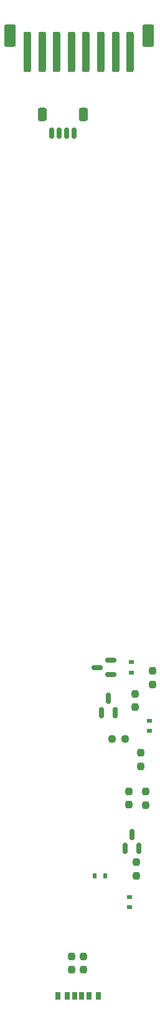
<source format=gbr>
%TF.GenerationSoftware,KiCad,Pcbnew,(6.0.4-0)*%
%TF.CreationDate,2022-12-23T17:01:59+01:00*%
%TF.ProjectId,ControllerBoard,436f6e74-726f-46c6-9c65-72426f617264,rev?*%
%TF.SameCoordinates,Original*%
%TF.FileFunction,Paste,Top*%
%TF.FilePolarity,Positive*%
%FSLAX46Y46*%
G04 Gerber Fmt 4.6, Leading zero omitted, Abs format (unit mm)*
G04 Created by KiCad (PCBNEW (6.0.4-0)) date 2022-12-23 17:01:59*
%MOMM*%
%LPD*%
G01*
G04 APERTURE LIST*
G04 Aperture macros list*
%AMRoundRect*
0 Rectangle with rounded corners*
0 $1 Rounding radius*
0 $2 $3 $4 $5 $6 $7 $8 $9 X,Y pos of 4 corners*
0 Add a 4 corners polygon primitive as box body*
4,1,4,$2,$3,$4,$5,$6,$7,$8,$9,$2,$3,0*
0 Add four circle primitives for the rounded corners*
1,1,$1+$1,$2,$3*
1,1,$1+$1,$4,$5*
1,1,$1+$1,$6,$7*
1,1,$1+$1,$8,$9*
0 Add four rect primitives between the rounded corners*
20,1,$1+$1,$2,$3,$4,$5,0*
20,1,$1+$1,$4,$5,$6,$7,0*
20,1,$1+$1,$6,$7,$8,$9,0*
20,1,$1+$1,$8,$9,$2,$3,0*%
G04 Aperture macros list end*
%ADD10RoundRect,0.237500X-0.237500X0.250000X-0.237500X-0.250000X0.237500X-0.250000X0.237500X0.250000X0*%
%ADD11RoundRect,0.237500X0.250000X0.237500X-0.250000X0.237500X-0.250000X-0.237500X0.250000X-0.237500X0*%
%ADD12R,0.600000X0.700000*%
%ADD13RoundRect,0.237500X0.237500X-0.250000X0.237500X0.250000X-0.237500X0.250000X-0.237500X-0.250000X0*%
%ADD14R,0.700000X0.600000*%
%ADD15RoundRect,0.150000X0.150000X-0.587500X0.150000X0.587500X-0.150000X0.587500X-0.150000X-0.587500X0*%
%ADD16RoundRect,0.150000X-0.150000X-0.625000X0.150000X-0.625000X0.150000X0.625000X-0.150000X0.625000X0*%
%ADD17RoundRect,0.250000X-0.350000X-0.650000X0.350000X-0.650000X0.350000X0.650000X-0.350000X0.650000X0*%
%ADD18R,0.700000X1.050000*%
%ADD19R,0.760000X1.050000*%
%ADD20R,0.800000X1.050000*%
%ADD21RoundRect,0.250000X-0.250000X-2.500000X0.250000X-2.500000X0.250000X2.500000X-0.250000X2.500000X0*%
%ADD22RoundRect,0.250000X-0.550000X-1.250000X0.550000X-1.250000X0.550000X1.250000X-0.550000X1.250000X0*%
%ADD23RoundRect,0.150000X0.587500X0.150000X-0.587500X0.150000X-0.587500X-0.150000X0.587500X-0.150000X0*%
G04 APERTURE END LIST*
D10*
%TO.C,R8*%
X120780000Y-124177500D03*
X120780000Y-126002500D03*
%TD*%
D11*
%TO.C,R4*%
X117072500Y-133380000D03*
X115247500Y-133380000D03*
%TD*%
D12*
%TO.C,D2*%
X114330000Y-151910000D03*
X112930000Y-151910000D03*
%TD*%
D13*
%TO.C,R3*%
X118560000Y-151905000D03*
X118560000Y-150080000D03*
%TD*%
D14*
%TO.C,D1*%
X117660000Y-154810000D03*
X117660000Y-156210000D03*
%TD*%
D10*
%TO.C,R7*%
X119150000Y-135290000D03*
X119150000Y-137115000D03*
%TD*%
D15*
%TO.C,Q1*%
X117030000Y-148190000D03*
X118930000Y-148190000D03*
X117980000Y-146315000D03*
%TD*%
D13*
%TO.C,R1*%
X109790000Y-164662500D03*
X109790000Y-162837500D03*
%TD*%
D16*
%TO.C,CONN1*%
X107085000Y-51363000D03*
X108085000Y-51363000D03*
X109085000Y-51363000D03*
X110085000Y-51363000D03*
D17*
X111385000Y-48838000D03*
X105785000Y-48838000D03*
%TD*%
D10*
%TO.C,R2*%
X111330000Y-162827500D03*
X111330000Y-164652500D03*
%TD*%
D15*
%TO.C,Q2*%
X113790000Y-129797500D03*
X115690000Y-129797500D03*
X114740000Y-127922500D03*
%TD*%
D13*
%TO.C,R5*%
X117530000Y-142325000D03*
X117530000Y-140500000D03*
%TD*%
D10*
%TO.C,R9*%
X118380000Y-127257500D03*
X118380000Y-129082500D03*
%TD*%
D14*
%TO.C,D3*%
X120360000Y-130910000D03*
X120360000Y-132310000D03*
%TD*%
D10*
%TO.C,R6*%
X119840000Y-140520000D03*
X119840000Y-142345000D03*
%TD*%
D18*
%TO.C,J2*%
X110150000Y-168175000D03*
D19*
X112170000Y-168175000D03*
D20*
X113400000Y-168175000D03*
D18*
X111150000Y-168175000D03*
D19*
X109130000Y-168175000D03*
D20*
X107900000Y-168175000D03*
%TD*%
D14*
%TO.C,D4*%
X117900000Y-124410000D03*
X117900000Y-123010000D03*
%TD*%
D21*
%TO.C,J1*%
X103744000Y-40370000D03*
X105744000Y-40370000D03*
X107744000Y-40370000D03*
X109744000Y-40370000D03*
X111744000Y-40370000D03*
X113744000Y-40370000D03*
X115744000Y-40370000D03*
X117744000Y-40370000D03*
D22*
X101344000Y-38120000D03*
X120144000Y-38120000D03*
%TD*%
D23*
%TO.C,Q3*%
X115127500Y-124660000D03*
X115127500Y-122760000D03*
X113252500Y-123710000D03*
%TD*%
M02*

</source>
